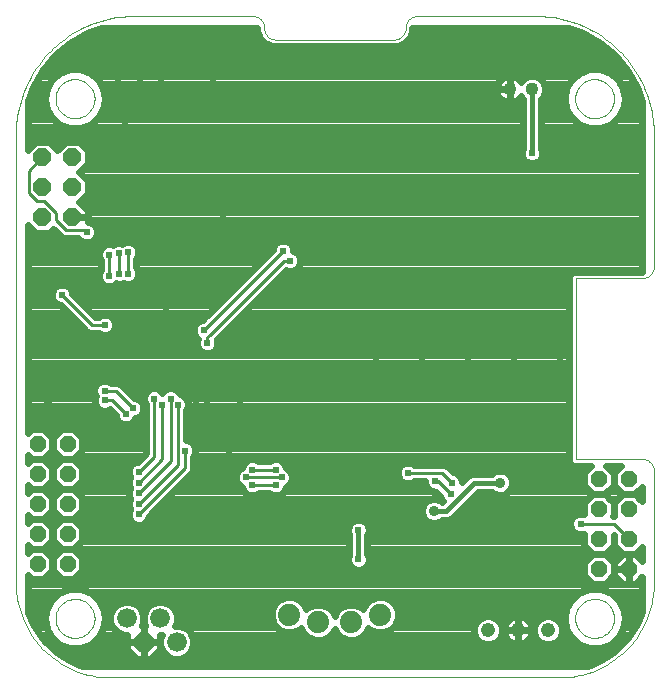
<source format=gbl>
G75*
%MOIN*%
%OFA0B0*%
%FSLAX24Y24*%
%IPPOS*%
%LPD*%
%AMOC8*
5,1,8,0,0,1.08239X$1,22.5*
%
%ADD10C,0.0000*%
%ADD11OC8,0.0600*%
%ADD12C,0.0476*%
%ADD13C,0.0740*%
%ADD14OC8,0.0554*%
%ADD15C,0.0436*%
%ADD16C,0.0660*%
%ADD17OC8,0.0660*%
%ADD18C,0.0240*%
%ADD19C,0.0100*%
%ADD20C,0.0160*%
%ADD21C,0.0240*%
%ADD22C,0.0356*%
D10*
X007744Y006169D02*
X022705Y006169D01*
X023236Y008138D02*
X023238Y008188D01*
X023244Y008238D01*
X023254Y008288D01*
X023267Y008336D01*
X023284Y008384D01*
X023305Y008430D01*
X023329Y008474D01*
X023357Y008516D01*
X023388Y008556D01*
X023422Y008593D01*
X023459Y008628D01*
X023498Y008659D01*
X023539Y008688D01*
X023583Y008713D01*
X023629Y008735D01*
X023676Y008753D01*
X023724Y008767D01*
X023773Y008778D01*
X023823Y008785D01*
X023873Y008788D01*
X023924Y008787D01*
X023974Y008782D01*
X024024Y008773D01*
X024072Y008761D01*
X024120Y008744D01*
X024166Y008724D01*
X024211Y008701D01*
X024254Y008674D01*
X024294Y008644D01*
X024332Y008611D01*
X024367Y008575D01*
X024400Y008536D01*
X024429Y008495D01*
X024455Y008452D01*
X024478Y008407D01*
X024497Y008360D01*
X024512Y008312D01*
X024524Y008263D01*
X024532Y008213D01*
X024536Y008163D01*
X024536Y008113D01*
X024532Y008063D01*
X024524Y008013D01*
X024512Y007964D01*
X024497Y007916D01*
X024478Y007869D01*
X024455Y007824D01*
X024429Y007781D01*
X024400Y007740D01*
X024367Y007701D01*
X024332Y007665D01*
X024294Y007632D01*
X024254Y007602D01*
X024211Y007575D01*
X024166Y007552D01*
X024120Y007532D01*
X024072Y007515D01*
X024024Y007503D01*
X023974Y007494D01*
X023924Y007489D01*
X023873Y007488D01*
X023823Y007491D01*
X023773Y007498D01*
X023724Y007509D01*
X023676Y007523D01*
X023629Y007541D01*
X023583Y007563D01*
X023539Y007588D01*
X023498Y007617D01*
X023459Y007648D01*
X023422Y007683D01*
X023388Y007720D01*
X023357Y007760D01*
X023329Y007802D01*
X023305Y007846D01*
X023284Y007892D01*
X023267Y007940D01*
X023254Y007988D01*
X023244Y008038D01*
X023238Y008088D01*
X023236Y008138D01*
X022705Y006169D02*
X022815Y006171D01*
X022925Y006177D01*
X023034Y006186D01*
X023143Y006200D01*
X023252Y006217D01*
X023360Y006238D01*
X023467Y006263D01*
X023573Y006291D01*
X023678Y006323D01*
X023782Y006359D01*
X023885Y006398D01*
X023986Y006441D01*
X024086Y006488D01*
X024184Y006538D01*
X024280Y006591D01*
X024374Y006648D01*
X024466Y006708D01*
X024557Y006771D01*
X024644Y006837D01*
X024730Y006906D01*
X024813Y006978D01*
X024893Y007053D01*
X024971Y007131D01*
X025046Y007211D01*
X025118Y007294D01*
X025187Y007380D01*
X025253Y007467D01*
X025316Y007558D01*
X025376Y007650D01*
X025433Y007744D01*
X025486Y007840D01*
X025536Y007938D01*
X025583Y008038D01*
X025626Y008139D01*
X025665Y008242D01*
X025701Y008346D01*
X025733Y008451D01*
X025761Y008557D01*
X025786Y008664D01*
X025807Y008772D01*
X025824Y008881D01*
X025838Y008990D01*
X025847Y009099D01*
X025853Y009209D01*
X025855Y009319D01*
X025854Y009319D02*
X025854Y013059D01*
X025855Y013059D02*
X025853Y013098D01*
X025847Y013136D01*
X025838Y013173D01*
X025825Y013210D01*
X025808Y013245D01*
X025789Y013278D01*
X025766Y013309D01*
X025740Y013338D01*
X025711Y013364D01*
X025680Y013387D01*
X025647Y013406D01*
X025612Y013423D01*
X025575Y013436D01*
X025538Y013445D01*
X025500Y013451D01*
X025461Y013453D01*
X023256Y013453D01*
X023256Y019398D01*
X023256Y019476D01*
X025461Y019476D01*
X025500Y019478D01*
X025538Y019484D01*
X025575Y019493D01*
X025612Y019506D01*
X025647Y019523D01*
X025680Y019542D01*
X025711Y019565D01*
X025740Y019591D01*
X025766Y019620D01*
X025789Y019651D01*
X025808Y019684D01*
X025825Y019719D01*
X025838Y019756D01*
X025847Y019793D01*
X025853Y019831D01*
X025855Y019870D01*
X025854Y019870D02*
X025854Y024280D01*
X023236Y025461D02*
X023238Y025511D01*
X023244Y025561D01*
X023254Y025611D01*
X023267Y025659D01*
X023284Y025707D01*
X023305Y025753D01*
X023329Y025797D01*
X023357Y025839D01*
X023388Y025879D01*
X023422Y025916D01*
X023459Y025951D01*
X023498Y025982D01*
X023539Y026011D01*
X023583Y026036D01*
X023629Y026058D01*
X023676Y026076D01*
X023724Y026090D01*
X023773Y026101D01*
X023823Y026108D01*
X023873Y026111D01*
X023924Y026110D01*
X023974Y026105D01*
X024024Y026096D01*
X024072Y026084D01*
X024120Y026067D01*
X024166Y026047D01*
X024211Y026024D01*
X024254Y025997D01*
X024294Y025967D01*
X024332Y025934D01*
X024367Y025898D01*
X024400Y025859D01*
X024429Y025818D01*
X024455Y025775D01*
X024478Y025730D01*
X024497Y025683D01*
X024512Y025635D01*
X024524Y025586D01*
X024532Y025536D01*
X024536Y025486D01*
X024536Y025436D01*
X024532Y025386D01*
X024524Y025336D01*
X024512Y025287D01*
X024497Y025239D01*
X024478Y025192D01*
X024455Y025147D01*
X024429Y025104D01*
X024400Y025063D01*
X024367Y025024D01*
X024332Y024988D01*
X024294Y024955D01*
X024254Y024925D01*
X024211Y024898D01*
X024166Y024875D01*
X024120Y024855D01*
X024072Y024838D01*
X024024Y024826D01*
X023974Y024817D01*
X023924Y024812D01*
X023873Y024811D01*
X023823Y024814D01*
X023773Y024821D01*
X023724Y024832D01*
X023676Y024846D01*
X023629Y024864D01*
X023583Y024886D01*
X023539Y024911D01*
X023498Y024940D01*
X023459Y024971D01*
X023422Y025006D01*
X023388Y025043D01*
X023357Y025083D01*
X023329Y025125D01*
X023305Y025169D01*
X023284Y025215D01*
X023267Y025263D01*
X023254Y025311D01*
X023244Y025361D01*
X023238Y025411D01*
X023236Y025461D01*
X025854Y024280D02*
X025852Y024404D01*
X025846Y024527D01*
X025837Y024651D01*
X025823Y024773D01*
X025806Y024896D01*
X025784Y025018D01*
X025759Y025139D01*
X025730Y025259D01*
X025698Y025378D01*
X025661Y025497D01*
X025621Y025614D01*
X025578Y025729D01*
X025530Y025844D01*
X025479Y025956D01*
X025425Y026067D01*
X025367Y026177D01*
X025306Y026284D01*
X025241Y026390D01*
X025173Y026493D01*
X025102Y026594D01*
X025028Y026693D01*
X024951Y026790D01*
X024870Y026884D01*
X024787Y026975D01*
X024701Y027064D01*
X024612Y027150D01*
X024521Y027233D01*
X024427Y027314D01*
X024330Y027391D01*
X024231Y027465D01*
X024130Y027536D01*
X024027Y027604D01*
X023921Y027669D01*
X023814Y027730D01*
X023704Y027788D01*
X023593Y027842D01*
X023481Y027893D01*
X023366Y027941D01*
X023251Y027984D01*
X023134Y028024D01*
X023015Y028061D01*
X022896Y028093D01*
X022776Y028122D01*
X022655Y028147D01*
X022533Y028169D01*
X022410Y028186D01*
X022288Y028200D01*
X022164Y028209D01*
X022041Y028215D01*
X021917Y028217D01*
X017980Y028217D01*
X017941Y028215D01*
X017903Y028209D01*
X017866Y028200D01*
X017829Y028187D01*
X017794Y028170D01*
X017761Y028151D01*
X017730Y028128D01*
X017701Y028102D01*
X017675Y028073D01*
X017652Y028042D01*
X017633Y028009D01*
X017616Y027974D01*
X017603Y027937D01*
X017594Y027900D01*
X017588Y027862D01*
X017586Y027823D01*
X017587Y027823D02*
X017585Y027784D01*
X017579Y027746D01*
X017570Y027709D01*
X017557Y027672D01*
X017540Y027637D01*
X017521Y027604D01*
X017498Y027573D01*
X017472Y027544D01*
X017443Y027518D01*
X017412Y027495D01*
X017379Y027476D01*
X017344Y027459D01*
X017307Y027446D01*
X017270Y027437D01*
X017232Y027431D01*
X017193Y027429D01*
X013256Y027429D01*
X013217Y027431D01*
X013179Y027437D01*
X013142Y027446D01*
X013105Y027459D01*
X013070Y027476D01*
X013037Y027495D01*
X013006Y027518D01*
X012977Y027544D01*
X012951Y027573D01*
X012928Y027604D01*
X012909Y027637D01*
X012892Y027672D01*
X012879Y027709D01*
X012870Y027746D01*
X012864Y027784D01*
X012862Y027823D01*
X012863Y027823D02*
X012861Y027862D01*
X012855Y027900D01*
X012846Y027937D01*
X012833Y027974D01*
X012816Y028009D01*
X012797Y028042D01*
X012774Y028073D01*
X012748Y028102D01*
X012719Y028128D01*
X012688Y028151D01*
X012655Y028170D01*
X012620Y028187D01*
X012583Y028200D01*
X012546Y028209D01*
X012508Y028215D01*
X012469Y028217D01*
X008531Y028217D01*
X005913Y025461D02*
X005915Y025511D01*
X005921Y025561D01*
X005931Y025611D01*
X005944Y025659D01*
X005961Y025707D01*
X005982Y025753D01*
X006006Y025797D01*
X006034Y025839D01*
X006065Y025879D01*
X006099Y025916D01*
X006136Y025951D01*
X006175Y025982D01*
X006216Y026011D01*
X006260Y026036D01*
X006306Y026058D01*
X006353Y026076D01*
X006401Y026090D01*
X006450Y026101D01*
X006500Y026108D01*
X006550Y026111D01*
X006601Y026110D01*
X006651Y026105D01*
X006701Y026096D01*
X006749Y026084D01*
X006797Y026067D01*
X006843Y026047D01*
X006888Y026024D01*
X006931Y025997D01*
X006971Y025967D01*
X007009Y025934D01*
X007044Y025898D01*
X007077Y025859D01*
X007106Y025818D01*
X007132Y025775D01*
X007155Y025730D01*
X007174Y025683D01*
X007189Y025635D01*
X007201Y025586D01*
X007209Y025536D01*
X007213Y025486D01*
X007213Y025436D01*
X007209Y025386D01*
X007201Y025336D01*
X007189Y025287D01*
X007174Y025239D01*
X007155Y025192D01*
X007132Y025147D01*
X007106Y025104D01*
X007077Y025063D01*
X007044Y025024D01*
X007009Y024988D01*
X006971Y024955D01*
X006931Y024925D01*
X006888Y024898D01*
X006843Y024875D01*
X006797Y024855D01*
X006749Y024838D01*
X006701Y024826D01*
X006651Y024817D01*
X006601Y024812D01*
X006550Y024811D01*
X006500Y024814D01*
X006450Y024821D01*
X006401Y024832D01*
X006353Y024846D01*
X006306Y024864D01*
X006260Y024886D01*
X006216Y024911D01*
X006175Y024940D01*
X006136Y024971D01*
X006099Y025006D01*
X006065Y025043D01*
X006034Y025083D01*
X006006Y025125D01*
X005982Y025169D01*
X005961Y025215D01*
X005944Y025263D01*
X005931Y025311D01*
X005921Y025361D01*
X005915Y025411D01*
X005913Y025461D01*
X004594Y024280D02*
X004594Y009319D01*
X005913Y008138D02*
X005915Y008188D01*
X005921Y008238D01*
X005931Y008288D01*
X005944Y008336D01*
X005961Y008384D01*
X005982Y008430D01*
X006006Y008474D01*
X006034Y008516D01*
X006065Y008556D01*
X006099Y008593D01*
X006136Y008628D01*
X006175Y008659D01*
X006216Y008688D01*
X006260Y008713D01*
X006306Y008735D01*
X006353Y008753D01*
X006401Y008767D01*
X006450Y008778D01*
X006500Y008785D01*
X006550Y008788D01*
X006601Y008787D01*
X006651Y008782D01*
X006701Y008773D01*
X006749Y008761D01*
X006797Y008744D01*
X006843Y008724D01*
X006888Y008701D01*
X006931Y008674D01*
X006971Y008644D01*
X007009Y008611D01*
X007044Y008575D01*
X007077Y008536D01*
X007106Y008495D01*
X007132Y008452D01*
X007155Y008407D01*
X007174Y008360D01*
X007189Y008312D01*
X007201Y008263D01*
X007209Y008213D01*
X007213Y008163D01*
X007213Y008113D01*
X007209Y008063D01*
X007201Y008013D01*
X007189Y007964D01*
X007174Y007916D01*
X007155Y007869D01*
X007132Y007824D01*
X007106Y007781D01*
X007077Y007740D01*
X007044Y007701D01*
X007009Y007665D01*
X006971Y007632D01*
X006931Y007602D01*
X006888Y007575D01*
X006843Y007552D01*
X006797Y007532D01*
X006749Y007515D01*
X006701Y007503D01*
X006651Y007494D01*
X006601Y007489D01*
X006550Y007488D01*
X006500Y007491D01*
X006450Y007498D01*
X006401Y007509D01*
X006353Y007523D01*
X006306Y007541D01*
X006260Y007563D01*
X006216Y007588D01*
X006175Y007617D01*
X006136Y007648D01*
X006099Y007683D01*
X006065Y007720D01*
X006034Y007760D01*
X006006Y007802D01*
X005982Y007846D01*
X005961Y007892D01*
X005944Y007940D01*
X005931Y007988D01*
X005921Y008038D01*
X005915Y008088D01*
X005913Y008138D01*
X004594Y009319D02*
X004596Y009209D01*
X004602Y009099D01*
X004611Y008990D01*
X004625Y008881D01*
X004642Y008772D01*
X004663Y008664D01*
X004688Y008557D01*
X004716Y008451D01*
X004748Y008346D01*
X004784Y008242D01*
X004823Y008139D01*
X004866Y008038D01*
X004913Y007938D01*
X004963Y007840D01*
X005016Y007744D01*
X005073Y007650D01*
X005133Y007558D01*
X005196Y007467D01*
X005262Y007380D01*
X005331Y007294D01*
X005403Y007211D01*
X005478Y007131D01*
X005556Y007053D01*
X005636Y006978D01*
X005719Y006906D01*
X005805Y006837D01*
X005892Y006771D01*
X005983Y006708D01*
X006075Y006648D01*
X006169Y006591D01*
X006265Y006538D01*
X006363Y006488D01*
X006463Y006441D01*
X006564Y006398D01*
X006667Y006359D01*
X006771Y006323D01*
X006876Y006291D01*
X006982Y006263D01*
X007089Y006238D01*
X007197Y006217D01*
X007306Y006200D01*
X007415Y006186D01*
X007524Y006177D01*
X007634Y006171D01*
X007744Y006169D01*
X004594Y024280D02*
X004596Y024404D01*
X004602Y024527D01*
X004611Y024651D01*
X004625Y024773D01*
X004642Y024896D01*
X004664Y025018D01*
X004689Y025139D01*
X004718Y025259D01*
X004750Y025378D01*
X004787Y025497D01*
X004827Y025614D01*
X004870Y025729D01*
X004918Y025844D01*
X004969Y025956D01*
X005023Y026067D01*
X005081Y026177D01*
X005142Y026284D01*
X005207Y026390D01*
X005275Y026493D01*
X005346Y026594D01*
X005420Y026693D01*
X005497Y026790D01*
X005578Y026884D01*
X005661Y026975D01*
X005747Y027064D01*
X005836Y027150D01*
X005927Y027233D01*
X006021Y027314D01*
X006118Y027391D01*
X006217Y027465D01*
X006318Y027536D01*
X006421Y027604D01*
X006527Y027669D01*
X006634Y027730D01*
X006744Y027788D01*
X006855Y027842D01*
X006967Y027893D01*
X007082Y027941D01*
X007197Y027984D01*
X007314Y028024D01*
X007433Y028061D01*
X007552Y028093D01*
X007672Y028122D01*
X007793Y028147D01*
X007915Y028169D01*
X008038Y028186D01*
X008160Y028200D01*
X008284Y028209D01*
X008407Y028215D01*
X008531Y028217D01*
D11*
X006472Y023508D03*
X006472Y022508D03*
X005472Y022508D03*
X005472Y023508D03*
X005472Y021508D03*
X006472Y021508D03*
D12*
X020327Y007744D03*
X021327Y007744D03*
X022327Y007744D03*
D13*
X016741Y008267D03*
X015775Y008008D03*
X014674Y008008D03*
X013708Y008267D03*
D14*
X006315Y009957D03*
X005315Y009957D03*
X005315Y010957D03*
X005315Y011957D03*
X005315Y012957D03*
X005315Y013957D03*
X006315Y013957D03*
X006315Y012957D03*
X006315Y011957D03*
X006315Y010957D03*
X024016Y010787D03*
X024016Y009787D03*
X025016Y009787D03*
X025016Y010787D03*
X025016Y011787D03*
X024016Y011787D03*
X024016Y012787D03*
X025016Y012787D03*
D15*
X021799Y025776D03*
X021051Y025776D03*
D16*
X009398Y008138D03*
X009949Y007350D03*
X008295Y008138D03*
D17*
X008846Y007350D03*
D18*
X008689Y011602D03*
X008689Y011957D03*
X008689Y012311D03*
X008689Y012665D03*
X008689Y013020D03*
X007232Y014161D03*
X006917Y014713D03*
X007557Y015406D03*
X007552Y015721D03*
X007587Y016091D03*
X008413Y016524D03*
X009280Y016248D03*
X009280Y017075D03*
X010185Y017350D03*
X010579Y018059D03*
X010854Y017744D03*
X010972Y017311D03*
X012232Y016524D03*
X012075Y015421D03*
X012232Y014909D03*
X011681Y013689D03*
X012469Y013098D03*
X012267Y012838D03*
X012469Y012587D03*
X013256Y012587D03*
X013453Y012838D03*
X013256Y013098D03*
X013728Y011406D03*
X015343Y013217D03*
X015067Y014280D03*
X015067Y015500D03*
X015028Y017035D03*
X015067Y017941D03*
X015067Y019161D03*
X015067Y020382D03*
X013728Y020067D03*
X013492Y020382D03*
X014240Y022311D03*
X011661Y022296D03*
X011484Y021563D03*
X011489Y020815D03*
X010977Y019673D03*
X012311Y018374D03*
X010972Y015382D03*
X010579Y015343D03*
X009988Y015264D03*
X009752Y015461D03*
X009476Y015264D03*
X009201Y015461D03*
X008610Y015579D03*
X008492Y015146D03*
X008256Y014949D03*
X007587Y014988D03*
X007587Y017272D03*
X007557Y017926D03*
X008413Y017626D03*
X009594Y018413D03*
X008335Y019634D03*
X008020Y019634D03*
X007705Y019555D03*
X007705Y020264D03*
X008020Y020303D03*
X008335Y020343D03*
X008492Y020736D03*
X007980Y021406D03*
X007980Y022429D03*
X008965Y022075D03*
X009437Y022547D03*
X010697Y022626D03*
X010697Y023305D03*
X011839Y024890D03*
X011839Y025736D03*
X011917Y026209D03*
X011770Y026627D03*
X011164Y026105D03*
X009949Y027070D03*
X009437Y026051D03*
X008728Y026091D03*
X008413Y025579D03*
X007980Y025106D03*
X008217Y024634D03*
X008020Y023571D03*
X007980Y026051D03*
X008098Y026642D03*
X007862Y027626D03*
X008920Y027626D03*
X010987Y027646D03*
X012045Y027601D03*
X012547Y027626D03*
X012547Y026957D03*
X013728Y026996D03*
X014437Y027114D03*
X016524Y024358D03*
X017587Y026602D03*
X018886Y027547D03*
X021996Y027547D03*
X021799Y023650D03*
X021839Y020618D03*
X022744Y020382D03*
X022744Y019161D03*
X022744Y017941D03*
X022744Y016720D03*
X022744Y015500D03*
X022744Y014280D03*
X022272Y013374D03*
X022508Y012665D03*
X023413Y011287D03*
X021209Y014280D03*
X021209Y015500D03*
X021209Y016720D03*
X021209Y017941D03*
X021209Y019161D03*
X019673Y019161D03*
X019673Y017941D03*
X019673Y016720D03*
X019673Y015500D03*
X019673Y014280D03*
X018138Y014280D03*
X018138Y015500D03*
X018138Y016720D03*
X018138Y017941D03*
X018138Y019161D03*
X018138Y020382D03*
X019673Y020382D03*
X018138Y021957D03*
X016602Y020382D03*
X016602Y019161D03*
X016602Y017941D03*
X016602Y016720D03*
X016602Y015500D03*
X016602Y014280D03*
X017665Y012980D03*
X018571Y012705D03*
X019122Y012665D03*
X019083Y012272D03*
X016012Y011091D03*
X016012Y010106D03*
X010224Y013728D03*
X006130Y018925D03*
X005146Y017823D03*
X006760Y020343D03*
X006957Y021012D03*
D19*
X006878Y021091D01*
X006248Y021091D01*
X005933Y021406D01*
X005933Y021642D01*
X005539Y022035D01*
X005303Y022035D01*
X005028Y022311D01*
X005028Y023063D01*
X005472Y023508D01*
X008020Y020303D02*
X008020Y019634D01*
X008335Y019634D02*
X008335Y020343D01*
X007705Y020264D02*
X007705Y019555D01*
X007557Y017926D02*
X007129Y017926D01*
X006130Y018925D01*
X007552Y015721D02*
X007641Y015721D01*
X007719Y015721D01*
X007798Y015721D01*
X007916Y015721D01*
X008492Y015146D01*
X008256Y014949D02*
X007798Y015406D01*
X007557Y015406D01*
X009201Y015461D02*
X009201Y013610D01*
X009201Y013531D01*
X008689Y013020D01*
X008689Y012665D02*
X009476Y013453D01*
X009476Y013571D01*
X009476Y015264D01*
X009752Y015461D02*
X009752Y013374D01*
X008689Y012311D01*
X008689Y011957D02*
X009988Y013256D01*
X009988Y013374D01*
X009988Y015264D01*
X010224Y013728D02*
X010224Y013335D01*
X010224Y013138D01*
X008689Y011602D01*
X012267Y012838D02*
X013453Y012838D01*
X013256Y012587D02*
X012469Y012587D01*
X012469Y013098D02*
X013256Y013098D01*
X010972Y017311D02*
X010972Y017508D01*
X011051Y017587D01*
X013531Y020067D01*
X013728Y020067D01*
X013492Y020382D02*
X010854Y017744D01*
X017665Y012980D02*
X018807Y012980D01*
X019122Y012665D01*
X019083Y012272D02*
X018650Y012705D01*
X018571Y012705D01*
X023413Y011287D02*
X024516Y011287D01*
X025016Y010787D01*
D20*
X020736Y012665D02*
X019870Y012665D01*
X018925Y011720D01*
X018531Y011720D01*
X016012Y011091D02*
X016012Y010106D01*
X021799Y023650D02*
X021799Y025776D01*
D21*
X006363Y006735D02*
X005886Y007054D01*
X005479Y007460D01*
X005160Y007938D01*
X004988Y008354D01*
X004988Y009580D01*
X005109Y009460D01*
X005521Y009460D01*
X005812Y009751D01*
X005812Y010163D01*
X005521Y010454D01*
X005109Y010454D01*
X004988Y010333D01*
X004988Y010580D01*
X005109Y010460D01*
X005521Y010460D01*
X005812Y010751D01*
X005812Y011163D01*
X005521Y011454D01*
X005109Y011454D01*
X004988Y011333D01*
X004988Y011580D01*
X005109Y011460D01*
X005521Y011460D01*
X005812Y011751D01*
X005812Y012163D01*
X005521Y012454D01*
X005109Y012454D01*
X004988Y012333D01*
X004988Y012580D01*
X005109Y012460D01*
X005521Y012460D01*
X005812Y012751D01*
X005812Y013163D01*
X005521Y013454D01*
X005109Y013454D01*
X004988Y013333D01*
X004988Y013580D01*
X005109Y013460D01*
X005521Y013460D01*
X005812Y013751D01*
X005812Y014163D01*
X005521Y014454D01*
X005109Y014454D01*
X004988Y014333D01*
X004988Y021257D01*
X005257Y020988D01*
X005688Y020988D01*
X005828Y021128D01*
X006019Y020938D01*
X006019Y020938D01*
X006095Y020862D01*
X006194Y020821D01*
X006668Y020821D01*
X006668Y020819D01*
X006764Y020724D01*
X006889Y020672D01*
X007024Y020672D01*
X007149Y020724D01*
X007245Y020819D01*
X007297Y020944D01*
X007297Y021079D01*
X007245Y021204D01*
X007149Y021300D01*
X007024Y021352D01*
X006992Y021352D01*
X006992Y021508D01*
X006992Y021723D01*
X006708Y022008D01*
X006992Y022292D01*
X006992Y022723D01*
X006708Y023008D01*
X006992Y023292D01*
X006992Y023723D01*
X006688Y024028D01*
X006257Y024028D01*
X005972Y023743D01*
X005688Y024028D01*
X005257Y024028D01*
X004988Y023759D01*
X004988Y025371D01*
X005163Y025850D01*
X005487Y026412D01*
X005903Y026908D01*
X006400Y027324D01*
X006961Y027648D01*
X007440Y027823D01*
X012642Y027823D01*
X012642Y027701D01*
X012736Y027475D01*
X012908Y027303D01*
X013134Y027209D01*
X017315Y027209D01*
X017541Y027303D01*
X017713Y027475D01*
X017713Y027475D01*
X017807Y027701D01*
X017807Y027823D01*
X023009Y027823D01*
X023488Y027648D01*
X024049Y027324D01*
X024546Y026908D01*
X024962Y026412D01*
X025286Y025850D01*
X025461Y025371D01*
X025461Y019696D01*
X023165Y019696D01*
X023036Y019568D01*
X023036Y013362D01*
X023165Y013233D01*
X023758Y013233D01*
X023519Y012993D01*
X023519Y012581D01*
X023810Y012290D01*
X024222Y012290D01*
X024513Y012581D01*
X024513Y012993D01*
X024273Y013233D01*
X024758Y013233D01*
X024519Y012993D01*
X024519Y012581D01*
X024810Y012290D01*
X025222Y012290D01*
X025461Y012529D01*
X025461Y012046D01*
X025222Y012285D01*
X024810Y012285D01*
X024519Y011993D01*
X024519Y011581D01*
X024543Y011557D01*
X024489Y011557D01*
X024513Y011581D01*
X024513Y011993D01*
X024222Y012285D01*
X023810Y012285D01*
X023519Y011993D01*
X023519Y011612D01*
X023481Y011627D01*
X023346Y011627D01*
X023221Y011576D01*
X023125Y011480D01*
X023073Y011355D01*
X023073Y011220D01*
X023125Y011095D01*
X023221Y010999D01*
X023346Y010947D01*
X023481Y010947D01*
X023519Y010963D01*
X023519Y010581D01*
X023810Y010290D01*
X024222Y010290D01*
X024513Y010581D01*
X024513Y010908D01*
X024519Y010903D01*
X024519Y010581D01*
X024810Y010290D01*
X025222Y010290D01*
X025461Y010529D01*
X025461Y010046D01*
X025222Y010285D01*
X025016Y010285D01*
X025016Y009787D01*
X025016Y009290D01*
X025222Y009290D01*
X025461Y009529D01*
X025461Y008354D01*
X025288Y007938D01*
X024969Y007460D01*
X024563Y007054D01*
X024086Y006735D01*
X023670Y006563D01*
X006779Y006563D01*
X006363Y006735D01*
X006578Y006646D02*
X023871Y006646D01*
X024310Y006885D02*
X010261Y006885D01*
X010260Y006884D02*
X010415Y007039D01*
X010499Y007241D01*
X010499Y007460D01*
X010415Y007662D01*
X010260Y007817D01*
X010058Y007900D01*
X009895Y007900D01*
X009948Y008028D01*
X009948Y008247D01*
X009864Y008449D01*
X009709Y008604D01*
X009507Y008688D01*
X009288Y008688D01*
X009086Y008604D01*
X008931Y008449D01*
X008848Y008247D01*
X008848Y008028D01*
X008901Y007900D01*
X008846Y007900D01*
X008792Y007900D01*
X008845Y008028D01*
X008845Y008247D01*
X008762Y008449D01*
X008607Y008604D01*
X008405Y008688D01*
X008186Y008688D01*
X007984Y008604D01*
X007829Y008449D01*
X007745Y008247D01*
X007745Y008028D01*
X007829Y007826D01*
X007984Y007672D01*
X008186Y007588D01*
X008306Y007588D01*
X008296Y007578D01*
X008296Y007350D01*
X008296Y007123D01*
X005817Y007123D01*
X005948Y007362D02*
X005578Y007362D01*
X005793Y007492D02*
X006060Y007267D01*
X006388Y007148D01*
X006511Y007148D01*
X006738Y007148D01*
X007066Y007267D01*
X007333Y007492D01*
X007508Y007794D01*
X007568Y008138D01*
X007508Y008482D01*
X007333Y008784D01*
X007066Y009008D01*
X007066Y009008D01*
X006738Y009128D01*
X006388Y009128D01*
X006060Y009008D01*
X005793Y008784D01*
X005793Y008784D01*
X005618Y008482D01*
X005558Y008138D01*
X005618Y007794D01*
X005793Y007492D01*
X005793Y007492D01*
X005730Y007600D02*
X005386Y007600D01*
X005227Y007839D02*
X005610Y007839D01*
X005618Y007794D02*
X005618Y007794D01*
X005568Y008077D02*
X005103Y008077D01*
X005004Y008316D02*
X005589Y008316D01*
X005618Y008482D02*
X005618Y008482D01*
X005660Y008554D02*
X004988Y008554D01*
X004988Y008793D02*
X005803Y008793D01*
X005793Y008784D02*
X005793Y008784D01*
X006060Y009008D02*
X006060Y009008D01*
X006123Y009031D02*
X004988Y009031D01*
X004988Y009270D02*
X025461Y009270D01*
X025440Y009508D02*
X025461Y009508D01*
X025016Y009508D02*
X025016Y009508D01*
X025016Y009290D02*
X025016Y009787D01*
X025016Y009787D01*
X024519Y009787D01*
X024519Y009581D01*
X024810Y009290D01*
X025016Y009290D01*
X024592Y009508D02*
X024440Y009508D01*
X024513Y009581D02*
X024222Y009290D01*
X023810Y009290D01*
X023519Y009581D01*
X023519Y009993D01*
X023810Y010285D01*
X024222Y010285D01*
X024513Y009993D01*
X024513Y009581D01*
X024513Y009747D02*
X024519Y009747D01*
X024519Y009787D02*
X025016Y009787D01*
X025016Y009787D01*
X025016Y009787D01*
X025016Y010285D01*
X024810Y010285D01*
X024519Y009993D01*
X024519Y009787D01*
X024513Y009985D02*
X024519Y009985D01*
X024749Y010224D02*
X024282Y010224D01*
X024394Y010462D02*
X024638Y010462D01*
X024519Y010701D02*
X024513Y010701D01*
X025016Y010224D02*
X025016Y010224D01*
X025016Y009985D02*
X025016Y009985D01*
X025016Y009747D02*
X025016Y009747D01*
X025282Y010224D02*
X025461Y010224D01*
X025461Y010462D02*
X025394Y010462D01*
X024519Y011655D02*
X024513Y011655D01*
X024513Y011893D02*
X024519Y011893D01*
X024657Y012132D02*
X024374Y012132D01*
X024302Y012370D02*
X024730Y012370D01*
X024519Y012609D02*
X024513Y012609D01*
X024513Y012847D02*
X024519Y012847D01*
X024611Y013086D02*
X024420Y013086D01*
X023611Y013086D02*
X019083Y013086D01*
X019164Y013005D02*
X018960Y013209D01*
X018861Y013250D01*
X017876Y013250D01*
X017858Y013269D01*
X017733Y013320D01*
X017598Y013320D01*
X017473Y013269D01*
X017377Y013173D01*
X017325Y013048D01*
X017325Y012913D01*
X017377Y012788D01*
X017473Y012692D01*
X017598Y012640D01*
X017733Y012640D01*
X017858Y012692D01*
X017876Y012710D01*
X018231Y012710D01*
X018231Y012637D01*
X018283Y012512D01*
X018378Y012416D01*
X018503Y012365D01*
X018608Y012365D01*
X018743Y012230D01*
X018743Y012204D01*
X018794Y012079D01*
X018827Y012047D01*
X018801Y012020D01*
X018795Y012020D01*
X018757Y012058D01*
X018611Y012119D01*
X018452Y012119D01*
X018306Y012058D01*
X018194Y011946D01*
X018133Y011800D01*
X018133Y011641D01*
X018194Y011495D01*
X018306Y011383D01*
X018452Y011322D01*
X018611Y011322D01*
X018757Y011383D01*
X018795Y011420D01*
X018985Y011420D01*
X019095Y011466D01*
X019994Y012365D01*
X020473Y012365D01*
X020511Y012328D01*
X020657Y012267D01*
X020815Y012267D01*
X020962Y012328D01*
X021074Y012440D01*
X021134Y012586D01*
X021134Y012745D01*
X021074Y012891D01*
X020962Y013003D01*
X020815Y013063D01*
X020657Y013063D01*
X020511Y013003D01*
X020473Y012965D01*
X019810Y012965D01*
X019700Y012920D01*
X019616Y012835D01*
X019462Y012682D01*
X019462Y012733D01*
X019410Y012858D01*
X019315Y012954D01*
X019190Y013005D01*
X019164Y013005D01*
X019415Y012847D02*
X019628Y012847D01*
X019761Y012132D02*
X023657Y012132D01*
X023730Y012370D02*
X021004Y012370D01*
X021134Y012609D02*
X023519Y012609D01*
X023519Y012847D02*
X021092Y012847D01*
X019522Y011893D02*
X023519Y011893D01*
X023519Y011655D02*
X019284Y011655D01*
X018790Y011416D02*
X023099Y011416D01*
X023091Y011178D02*
X016344Y011178D01*
X016352Y011158D02*
X016300Y011283D01*
X016204Y011379D01*
X016079Y011431D01*
X015944Y011431D01*
X015819Y011379D01*
X015724Y011283D01*
X015672Y011158D01*
X015672Y011023D01*
X015712Y010926D01*
X015712Y010270D01*
X015672Y010174D01*
X015672Y010039D01*
X015724Y009914D01*
X015819Y009818D01*
X015944Y009766D01*
X016079Y009766D01*
X016204Y009818D01*
X016300Y009914D01*
X016352Y010039D01*
X016352Y010174D01*
X016312Y010270D01*
X016312Y010926D01*
X016352Y011023D01*
X016352Y011158D01*
X016317Y010939D02*
X023519Y010939D01*
X023519Y010701D02*
X016312Y010701D01*
X016312Y010462D02*
X023638Y010462D01*
X023749Y010224D02*
X016331Y010224D01*
X016330Y009985D02*
X023519Y009985D01*
X023519Y009747D02*
X006808Y009747D01*
X006812Y009751D02*
X006521Y009460D01*
X006109Y009460D01*
X005818Y009751D01*
X005818Y010163D01*
X006109Y010454D01*
X006521Y010454D01*
X006812Y010163D01*
X006812Y009751D01*
X006812Y009985D02*
X015694Y009985D01*
X015692Y010224D02*
X006751Y010224D01*
X006521Y010460D02*
X006812Y010751D01*
X006812Y011163D01*
X006521Y011454D01*
X006109Y011454D01*
X005818Y011163D01*
X005818Y010751D01*
X006109Y010460D01*
X006521Y010460D01*
X006524Y010462D02*
X015712Y010462D01*
X015712Y010701D02*
X006762Y010701D01*
X006812Y010939D02*
X015706Y010939D01*
X015680Y011178D02*
X006797Y011178D01*
X006558Y011416D02*
X008398Y011416D01*
X008401Y011410D02*
X008496Y011314D01*
X008621Y011262D01*
X008757Y011262D01*
X008882Y011314D01*
X008977Y011410D01*
X009029Y011535D01*
X009029Y011561D01*
X010377Y012909D01*
X010453Y012985D01*
X010494Y013084D01*
X010494Y013518D01*
X010513Y013536D01*
X010564Y013661D01*
X010564Y013796D01*
X010513Y013921D01*
X010417Y014017D01*
X010292Y014068D01*
X010258Y014068D01*
X010258Y015053D01*
X010276Y015071D01*
X010328Y015196D01*
X010328Y015331D01*
X010276Y015456D01*
X010181Y015552D01*
X010062Y015601D01*
X010040Y015653D01*
X009945Y015749D01*
X009820Y015801D01*
X009684Y015801D01*
X009559Y015749D01*
X009476Y015666D01*
X009393Y015749D01*
X009268Y015801D01*
X009133Y015801D01*
X009008Y015749D01*
X008913Y015653D01*
X008861Y015528D01*
X008861Y015393D01*
X008913Y015268D01*
X008931Y015250D01*
X008931Y013643D01*
X008647Y013360D01*
X008621Y013360D01*
X008496Y013308D01*
X008401Y013212D01*
X008349Y013087D01*
X008349Y012952D01*
X008394Y012843D01*
X008349Y012733D01*
X008349Y012598D01*
X008394Y012488D01*
X008349Y012379D01*
X008349Y012243D01*
X008394Y012134D01*
X008349Y012024D01*
X008349Y011889D01*
X008394Y011780D01*
X008349Y011670D01*
X008349Y011535D01*
X008401Y011410D01*
X008349Y011655D02*
X006716Y011655D01*
X006812Y011751D02*
X006521Y011460D01*
X006109Y011460D01*
X005818Y011751D01*
X005818Y012163D01*
X006109Y012454D01*
X006521Y012454D01*
X006812Y012163D01*
X006812Y011751D01*
X006812Y011893D02*
X008349Y011893D01*
X008393Y012132D02*
X006812Y012132D01*
X006604Y012370D02*
X008349Y012370D01*
X008349Y012609D02*
X006670Y012609D01*
X006812Y012751D02*
X006521Y012460D01*
X006109Y012460D01*
X005818Y012751D01*
X005818Y013163D01*
X006109Y013454D01*
X006521Y013454D01*
X006812Y013163D01*
X006812Y012751D01*
X006812Y012847D02*
X008392Y012847D01*
X008349Y013086D02*
X006812Y013086D01*
X006650Y013324D02*
X008536Y013324D01*
X008850Y013563D02*
X006624Y013563D01*
X006521Y013460D02*
X006812Y013751D01*
X006812Y014163D01*
X006521Y014454D01*
X006109Y014454D01*
X005818Y014163D01*
X005818Y013751D01*
X006109Y013460D01*
X006521Y013460D01*
X006812Y013801D02*
X008931Y013801D01*
X008931Y014040D02*
X006812Y014040D01*
X006696Y014278D02*
X008931Y014278D01*
X008931Y014517D02*
X004988Y014517D01*
X004988Y014755D02*
X007969Y014755D01*
X007968Y014756D02*
X008063Y014661D01*
X008188Y014609D01*
X008324Y014609D01*
X008448Y014661D01*
X008544Y014756D01*
X008566Y014808D01*
X008685Y014857D01*
X008780Y014953D01*
X008832Y015078D01*
X008832Y015213D01*
X008780Y015338D01*
X008685Y015434D01*
X008560Y015486D01*
X008534Y015486D01*
X008069Y015950D01*
X007970Y015991D01*
X007763Y015991D01*
X007745Y016010D01*
X007620Y016061D01*
X007485Y016061D01*
X007360Y016010D01*
X007264Y015914D01*
X007212Y015789D01*
X007212Y015654D01*
X007252Y015558D01*
X007217Y015474D01*
X007217Y015339D01*
X007269Y015214D01*
X007364Y015118D01*
X007489Y015066D01*
X007625Y015066D01*
X007718Y015105D01*
X007916Y014907D01*
X007916Y014881D01*
X007968Y014756D01*
X007829Y014994D02*
X004988Y014994D01*
X004988Y015232D02*
X007261Y015232D01*
X007217Y015471D02*
X004988Y015471D01*
X004988Y015709D02*
X007212Y015709D01*
X007298Y015948D02*
X004988Y015948D01*
X004988Y016186D02*
X023036Y016186D01*
X023036Y015948D02*
X008072Y015948D01*
X008310Y015709D02*
X008969Y015709D01*
X008861Y015471D02*
X008596Y015471D01*
X008824Y015232D02*
X008931Y015232D01*
X008931Y014994D02*
X008797Y014994D01*
X008931Y014755D02*
X008543Y014755D01*
X009433Y015709D02*
X009520Y015709D01*
X009984Y015709D02*
X023036Y015709D01*
X023036Y015471D02*
X010262Y015471D01*
X010328Y015232D02*
X023036Y015232D01*
X023036Y014994D02*
X010258Y014994D01*
X010258Y014755D02*
X023036Y014755D01*
X023036Y014517D02*
X010258Y014517D01*
X010258Y014278D02*
X023036Y014278D01*
X023036Y014040D02*
X010361Y014040D01*
X010562Y013801D02*
X023036Y013801D01*
X023036Y013563D02*
X010524Y013563D01*
X010494Y013324D02*
X012214Y013324D01*
X012180Y013291D02*
X012129Y013166D01*
X012129Y013148D01*
X012074Y013126D01*
X011978Y013030D01*
X011927Y012905D01*
X011927Y012770D01*
X011978Y012645D01*
X012074Y012549D01*
X012129Y012527D01*
X012129Y012519D01*
X012180Y012394D01*
X012276Y012298D01*
X012401Y012247D01*
X012536Y012247D01*
X012661Y012298D01*
X012679Y012317D01*
X013045Y012317D01*
X013063Y012298D01*
X013188Y012247D01*
X013324Y012247D01*
X013448Y012298D01*
X013544Y012394D01*
X013596Y012519D01*
X013596Y012529D01*
X013645Y012549D01*
X013741Y012645D01*
X013793Y012770D01*
X013793Y012905D01*
X013741Y013030D01*
X013645Y013126D01*
X013596Y013146D01*
X013596Y013166D01*
X013544Y013291D01*
X013448Y013387D01*
X013324Y013438D01*
X013188Y013438D01*
X013063Y013387D01*
X013045Y013368D01*
X012679Y013368D01*
X012661Y013387D01*
X012536Y013438D01*
X012401Y013438D01*
X012276Y013387D01*
X012180Y013291D01*
X012034Y013086D02*
X010494Y013086D01*
X010316Y012847D02*
X011927Y012847D01*
X012015Y012609D02*
X010077Y012609D01*
X009839Y012370D02*
X012204Y012370D01*
X013520Y012370D02*
X018490Y012370D01*
X018243Y012609D02*
X013705Y012609D01*
X013793Y012847D02*
X017352Y012847D01*
X017341Y013086D02*
X013685Y013086D01*
X013511Y013324D02*
X023073Y013324D01*
X025302Y012370D02*
X025461Y012370D01*
X025461Y012132D02*
X025374Y012132D01*
X023592Y009508D02*
X006570Y009508D01*
X006060Y009508D02*
X005570Y009508D01*
X005808Y009747D02*
X005822Y009747D01*
X005812Y009985D02*
X005818Y009985D01*
X005879Y010224D02*
X005751Y010224D01*
X005524Y010462D02*
X006106Y010462D01*
X005868Y010701D02*
X005762Y010701D01*
X005812Y010939D02*
X005818Y010939D01*
X005797Y011178D02*
X005833Y011178D01*
X006071Y011416D02*
X005558Y011416D01*
X005716Y011655D02*
X005914Y011655D01*
X005818Y011893D02*
X005812Y011893D01*
X005812Y012132D02*
X005818Y012132D01*
X006025Y012370D02*
X005604Y012370D01*
X005670Y012609D02*
X005960Y012609D01*
X005818Y012847D02*
X005812Y012847D01*
X005812Y013086D02*
X005818Y013086D01*
X005979Y013324D02*
X005650Y013324D01*
X005624Y013563D02*
X006006Y013563D01*
X005818Y013801D02*
X005812Y013801D01*
X005812Y014040D02*
X005818Y014040D01*
X005933Y014278D02*
X005696Y014278D01*
X005006Y013563D02*
X004988Y013563D01*
X004988Y012370D02*
X005025Y012370D01*
X004988Y011416D02*
X005071Y011416D01*
X005106Y010462D02*
X004988Y010462D01*
X004988Y009508D02*
X005060Y009508D01*
X005558Y008138D02*
X005558Y008138D01*
X006139Y006885D02*
X008534Y006885D01*
X008619Y006800D02*
X008296Y007123D01*
X008296Y007350D02*
X008846Y007350D01*
X008846Y007350D01*
X008846Y007350D01*
X008846Y006800D01*
X008619Y006800D01*
X008846Y006800D02*
X009074Y006800D01*
X009396Y007123D01*
X009448Y007123D01*
X009396Y007123D02*
X009396Y007350D01*
X008846Y007350D01*
X008296Y007350D01*
X008296Y007362D02*
X007178Y007362D01*
X007066Y007267D02*
X007066Y007267D01*
X007333Y007492D02*
X007333Y007492D01*
X007333Y007492D01*
X007396Y007600D02*
X008156Y007600D01*
X007824Y007839D02*
X007516Y007839D01*
X007508Y007794D02*
X007508Y007794D01*
X007558Y008077D02*
X007745Y008077D01*
X007568Y008138D02*
X007568Y008138D01*
X007537Y008316D02*
X007774Y008316D01*
X007934Y008554D02*
X007466Y008554D01*
X007508Y008482D02*
X007508Y008482D01*
X007333Y008784D02*
X007333Y008784D01*
X007323Y008793D02*
X013435Y008793D01*
X013374Y008767D02*
X013591Y008857D01*
X013825Y008857D01*
X014042Y008767D01*
X014208Y008601D01*
X014274Y008443D01*
X014340Y008509D01*
X014557Y008598D01*
X014791Y008598D01*
X015008Y008509D01*
X015174Y008343D01*
X015224Y008221D01*
X015275Y008343D01*
X015441Y008509D01*
X015658Y008598D01*
X015892Y008598D01*
X016109Y008509D01*
X016175Y008443D01*
X016241Y008601D01*
X016407Y008767D01*
X016623Y008857D01*
X016858Y008857D01*
X017075Y008767D01*
X017241Y008601D01*
X017331Y008385D01*
X017331Y008150D01*
X017241Y007933D01*
X017075Y007767D01*
X016858Y007677D01*
X016623Y007677D01*
X016407Y007767D01*
X016341Y007833D01*
X016275Y007674D01*
X016109Y007508D01*
X015892Y007418D01*
X015658Y007418D01*
X015441Y007508D01*
X015275Y007674D01*
X015224Y007796D01*
X015174Y007674D01*
X015008Y007508D01*
X014791Y007418D01*
X014557Y007418D01*
X014340Y007508D01*
X014174Y007674D01*
X014108Y007833D01*
X014042Y007767D01*
X013825Y007677D01*
X013591Y007677D01*
X013374Y007767D01*
X013208Y007933D01*
X013118Y008150D01*
X013118Y008385D01*
X013208Y008601D01*
X013374Y008767D01*
X013188Y008554D02*
X009759Y008554D01*
X009919Y008316D02*
X013118Y008316D01*
X013148Y008077D02*
X009948Y008077D01*
X010207Y007839D02*
X013302Y007839D01*
X014248Y007600D02*
X010441Y007600D01*
X010499Y007362D02*
X020062Y007362D01*
X020067Y007356D02*
X020236Y007286D01*
X020418Y007286D01*
X020586Y007356D01*
X020715Y007485D01*
X020785Y007653D01*
X020785Y007835D01*
X020715Y008003D01*
X020586Y008132D01*
X020418Y008202D01*
X020236Y008202D01*
X020067Y008132D01*
X019939Y008003D01*
X019869Y007835D01*
X019869Y007653D01*
X019939Y007485D01*
X020067Y007356D01*
X019891Y007600D02*
X016201Y007600D01*
X015349Y007600D02*
X015100Y007600D01*
X015185Y008316D02*
X015264Y008316D01*
X015551Y008554D02*
X014898Y008554D01*
X014450Y008554D02*
X014228Y008554D01*
X013981Y008793D02*
X016468Y008793D01*
X016221Y008554D02*
X015999Y008554D01*
X017014Y008793D02*
X023126Y008793D01*
X023116Y008784D02*
X023116Y008784D01*
X023383Y009008D01*
X023383Y009008D01*
X023711Y009128D01*
X024060Y009128D01*
X024388Y009008D01*
X024388Y009008D01*
X024656Y008784D01*
X024656Y008784D01*
X024830Y008482D01*
X024830Y008482D01*
X024891Y008138D01*
X024891Y008138D01*
X024830Y007794D01*
X024830Y007794D01*
X024656Y007492D01*
X024656Y007492D01*
X024656Y007492D01*
X024388Y007267D01*
X024388Y007267D01*
X024060Y007148D01*
X023834Y007148D01*
X023711Y007148D01*
X023383Y007267D01*
X023383Y007267D01*
X023116Y007492D01*
X023116Y007492D01*
X022941Y007794D01*
X022941Y007794D01*
X022881Y008138D01*
X022881Y008138D01*
X022941Y008482D01*
X022941Y008482D01*
X023116Y008784D01*
X023116Y008784D01*
X022983Y008554D02*
X017261Y008554D01*
X017331Y008316D02*
X022912Y008316D01*
X022891Y008077D02*
X022641Y008077D01*
X022586Y008132D02*
X022418Y008202D01*
X022236Y008202D01*
X022067Y008132D01*
X021939Y008003D01*
X021869Y007835D01*
X021869Y007653D01*
X021939Y007485D01*
X022067Y007356D01*
X022236Y007286D01*
X022418Y007286D01*
X022586Y007356D01*
X022715Y007485D01*
X022785Y007653D01*
X022785Y007835D01*
X022715Y008003D01*
X022586Y008132D01*
X022783Y007839D02*
X022933Y007839D01*
X023053Y007600D02*
X022763Y007600D01*
X022592Y007362D02*
X023270Y007362D01*
X022062Y007362D02*
X021579Y007362D01*
X021567Y007353D02*
X021625Y007395D01*
X021676Y007446D01*
X021718Y007504D01*
X021751Y007568D01*
X021773Y007637D01*
X021785Y007708D01*
X021785Y007744D01*
X021327Y007744D01*
X021327Y007744D01*
X021785Y007744D01*
X021785Y007780D01*
X021773Y007851D01*
X021751Y007920D01*
X021718Y007984D01*
X021676Y008042D01*
X021625Y008093D01*
X021567Y008136D01*
X021503Y008168D01*
X021434Y008191D01*
X021363Y008202D01*
X021327Y008202D01*
X021327Y007744D01*
X021327Y007286D01*
X021363Y007286D01*
X021434Y007298D01*
X021503Y007320D01*
X021567Y007353D01*
X021327Y007362D02*
X021327Y007362D01*
X021327Y007286D02*
X021327Y007744D01*
X021327Y007744D01*
X021327Y007744D01*
X020869Y007744D01*
X020869Y007708D01*
X020880Y007637D01*
X020903Y007568D01*
X020935Y007504D01*
X020978Y007446D01*
X021029Y007395D01*
X021087Y007353D01*
X021151Y007320D01*
X021220Y007298D01*
X021291Y007286D01*
X021327Y007286D01*
X021074Y007362D02*
X020592Y007362D01*
X020763Y007600D02*
X020892Y007600D01*
X020869Y007744D02*
X021327Y007744D01*
X021327Y007744D01*
X021327Y008202D01*
X021291Y008202D01*
X021220Y008191D01*
X021151Y008168D01*
X021087Y008136D01*
X021029Y008093D01*
X020978Y008042D01*
X020935Y007984D01*
X020903Y007920D01*
X020880Y007851D01*
X020869Y007780D01*
X020869Y007744D01*
X020878Y007839D02*
X020783Y007839D01*
X020641Y008077D02*
X021013Y008077D01*
X021327Y008077D02*
X021327Y008077D01*
X021327Y007839D02*
X021327Y007839D01*
X021327Y007600D02*
X021327Y007600D01*
X021761Y007600D02*
X021891Y007600D01*
X021870Y007839D02*
X021775Y007839D01*
X021641Y008077D02*
X022013Y008077D01*
X023446Y009031D02*
X007003Y009031D01*
X008657Y008554D02*
X009036Y008554D01*
X008876Y008316D02*
X008817Y008316D01*
X008845Y008077D02*
X008848Y008077D01*
X008846Y007900D02*
X008846Y007350D01*
X008846Y006800D01*
X008846Y006885D02*
X008846Y006885D01*
X008846Y007123D02*
X008846Y007123D01*
X008846Y007350D02*
X008846Y007350D01*
X008846Y007350D01*
X008846Y007900D01*
X008846Y007839D02*
X008846Y007839D01*
X008846Y007600D02*
X008846Y007600D01*
X008846Y007362D02*
X008846Y007362D01*
X008846Y007350D02*
X009396Y007350D01*
X009396Y007578D01*
X009387Y007588D01*
X009452Y007588D01*
X009399Y007460D01*
X009399Y007241D01*
X009483Y007039D01*
X009637Y006884D01*
X009839Y006800D01*
X010058Y006800D01*
X010260Y006884D01*
X010450Y007123D02*
X024632Y007123D01*
X024501Y007362D02*
X024871Y007362D01*
X024719Y007600D02*
X025063Y007600D01*
X025222Y007839D02*
X024838Y007839D01*
X024880Y008077D02*
X025346Y008077D01*
X025445Y008316D02*
X024860Y008316D01*
X024789Y008554D02*
X025461Y008554D01*
X025461Y008793D02*
X024645Y008793D01*
X024326Y009031D02*
X025461Y009031D01*
X020013Y008077D02*
X017301Y008077D01*
X017147Y007839D02*
X019870Y007839D01*
X018273Y011416D02*
X016114Y011416D01*
X015910Y011416D02*
X008980Y011416D01*
X009123Y011655D02*
X018133Y011655D01*
X018172Y011893D02*
X009362Y011893D01*
X009600Y012132D02*
X018773Y012132D01*
X023036Y016425D02*
X004988Y016425D01*
X004988Y016663D02*
X023036Y016663D01*
X023036Y016902D02*
X004988Y016902D01*
X004988Y017140D02*
X010675Y017140D01*
X010684Y017118D02*
X010780Y017023D01*
X010905Y016971D01*
X011040Y016971D01*
X011165Y017023D01*
X011261Y017118D01*
X011312Y017243D01*
X011312Y017379D01*
X023036Y017379D01*
X023036Y017617D02*
X011464Y017617D01*
X011287Y017440D02*
X013599Y019753D01*
X013661Y019727D01*
X013796Y019727D01*
X013921Y019779D01*
X014017Y019874D01*
X014068Y019999D01*
X014068Y020135D01*
X014017Y020260D01*
X013921Y020355D01*
X013832Y020392D01*
X013832Y020450D01*
X013780Y020574D01*
X013685Y020670D01*
X013560Y020722D01*
X013424Y020722D01*
X013300Y020670D01*
X013204Y020574D01*
X013152Y020450D01*
X013152Y020424D01*
X010812Y018084D01*
X010787Y018084D01*
X010662Y018032D01*
X010566Y017937D01*
X010514Y017812D01*
X010514Y017676D01*
X010566Y017551D01*
X010662Y017456D01*
X010664Y017455D01*
X010632Y017379D01*
X010633Y017379D02*
X004988Y017379D01*
X004988Y017617D02*
X007414Y017617D01*
X007364Y017638D02*
X007489Y017586D01*
X007625Y017586D01*
X007750Y017638D01*
X007845Y017734D01*
X007897Y017859D01*
X007897Y017994D01*
X007845Y018119D01*
X007750Y018214D01*
X007625Y018266D01*
X007489Y018266D01*
X007364Y018214D01*
X007346Y018196D01*
X007241Y018196D01*
X006470Y018967D01*
X006470Y018993D01*
X006418Y019118D01*
X006323Y019213D01*
X006198Y019265D01*
X006062Y019265D01*
X005937Y019213D01*
X005842Y019118D01*
X005790Y018993D01*
X005790Y018858D01*
X005842Y018733D01*
X005937Y018637D01*
X006062Y018585D01*
X006088Y018585D01*
X006976Y017697D01*
X007075Y017656D01*
X007346Y017656D01*
X007364Y017638D01*
X007700Y017617D02*
X010539Y017617D01*
X010533Y017856D02*
X007896Y017856D01*
X007855Y018094D02*
X010823Y018094D01*
X011061Y018333D02*
X007104Y018333D01*
X006866Y018571D02*
X011300Y018571D01*
X011538Y018810D02*
X006627Y018810D01*
X006447Y019048D02*
X011777Y019048D01*
X012015Y019287D02*
X007917Y019287D01*
X007932Y019302D02*
X007952Y019294D01*
X008087Y019294D01*
X008177Y019331D01*
X008267Y019294D01*
X008402Y019294D01*
X008527Y019346D01*
X008623Y019441D01*
X008675Y019566D01*
X008675Y019701D01*
X008623Y019826D01*
X008605Y019845D01*
X008605Y020132D01*
X008623Y020150D01*
X008675Y020275D01*
X008675Y020410D01*
X008623Y020535D01*
X008527Y020631D01*
X008402Y020683D01*
X008267Y020683D01*
X008142Y020631D01*
X008135Y020623D01*
X008087Y020643D01*
X007952Y020643D01*
X007827Y020591D01*
X007820Y020584D01*
X007772Y020604D01*
X007637Y020604D01*
X007512Y020552D01*
X007416Y020456D01*
X007365Y020331D01*
X007365Y020196D01*
X007416Y020071D01*
X007435Y020053D01*
X007435Y019766D01*
X007416Y019748D01*
X007365Y019623D01*
X007365Y019487D01*
X007416Y019363D01*
X007512Y019267D01*
X007637Y019215D01*
X007772Y019215D01*
X007897Y019267D01*
X007932Y019302D01*
X007492Y019287D02*
X004988Y019287D01*
X004988Y019525D02*
X007365Y019525D01*
X007433Y019764D02*
X004988Y019764D01*
X004988Y020002D02*
X007435Y020002D01*
X007365Y020241D02*
X004988Y020241D01*
X004988Y020479D02*
X007439Y020479D01*
X007135Y020718D02*
X013415Y020718D01*
X013570Y020718D02*
X025461Y020718D01*
X025461Y020956D02*
X007297Y020956D01*
X007249Y021195D02*
X025461Y021195D01*
X025461Y021433D02*
X006992Y021433D01*
X006992Y021508D02*
X006472Y021508D01*
X006992Y021508D01*
X006992Y021672D02*
X025461Y021672D01*
X025461Y021910D02*
X006805Y021910D01*
X006849Y022149D02*
X025461Y022149D01*
X025461Y022387D02*
X006992Y022387D01*
X006992Y022626D02*
X025461Y022626D01*
X025461Y022864D02*
X006851Y022864D01*
X006803Y023103D02*
X025461Y023103D01*
X025461Y023341D02*
X021943Y023341D01*
X021992Y023361D02*
X022087Y023457D01*
X022139Y023582D01*
X022139Y023717D01*
X022099Y023814D01*
X022099Y025456D01*
X022171Y025527D01*
X022237Y025688D01*
X022237Y025863D01*
X022171Y026024D01*
X022047Y026147D01*
X021886Y026214D01*
X021712Y026214D01*
X021551Y026147D01*
X021428Y026024D01*
X021422Y026010D01*
X021385Y026061D01*
X021337Y026110D01*
X021281Y026150D01*
X021219Y026182D01*
X021154Y026203D01*
X021086Y026214D01*
X021051Y026214D01*
X021017Y026214D01*
X020949Y026203D01*
X020883Y026182D01*
X020822Y026150D01*
X020766Y026110D01*
X020717Y026061D01*
X020676Y026005D01*
X020645Y025944D01*
X020624Y025878D01*
X020613Y025810D01*
X020613Y025776D01*
X021051Y025776D01*
X021051Y026214D01*
X021051Y025776D01*
X021051Y025776D01*
X021051Y025776D01*
X020613Y025776D01*
X020613Y025741D01*
X020624Y025673D01*
X020645Y025607D01*
X020676Y025546D01*
X020717Y025490D01*
X020766Y025441D01*
X020822Y025401D01*
X020883Y025370D01*
X020949Y025348D01*
X021017Y025337D01*
X021051Y025337D01*
X021051Y025776D01*
X021051Y025776D01*
X021051Y025337D01*
X021086Y025337D01*
X021154Y025348D01*
X021219Y025370D01*
X021281Y025401D01*
X021337Y025441D01*
X021385Y025490D01*
X021422Y025541D01*
X021428Y025527D01*
X021499Y025456D01*
X021499Y023814D01*
X021459Y023717D01*
X021459Y023582D01*
X021511Y023457D01*
X021607Y023361D01*
X021732Y023310D01*
X021867Y023310D01*
X021992Y023361D01*
X022138Y023580D02*
X025461Y023580D01*
X025461Y023818D02*
X022099Y023818D01*
X022099Y024057D02*
X025461Y024057D01*
X025461Y024295D02*
X022099Y024295D01*
X022099Y024534D02*
X023538Y024534D01*
X023383Y024590D02*
X023711Y024471D01*
X023938Y024471D01*
X024060Y024471D01*
X024060Y024471D01*
X024388Y024590D01*
X024388Y024590D01*
X024656Y024814D01*
X024656Y024814D01*
X024656Y024814D01*
X024830Y025117D01*
X024891Y025461D01*
X024830Y025804D01*
X024656Y026107D01*
X024388Y026331D01*
X024060Y026451D01*
X023711Y026451D01*
X023383Y026331D01*
X023116Y026107D01*
X023116Y026107D01*
X022941Y025804D01*
X022881Y025461D01*
X022881Y025461D01*
X022941Y025117D01*
X022941Y025117D01*
X023116Y024814D01*
X023383Y024590D01*
X023383Y024590D01*
X023166Y024772D02*
X022099Y024772D01*
X022099Y025011D02*
X023002Y025011D01*
X023116Y024814D02*
X023116Y024814D01*
X022918Y025249D02*
X022099Y025249D01*
X022131Y025488D02*
X022885Y025488D01*
X022927Y025726D02*
X022237Y025726D01*
X022195Y025965D02*
X023034Y025965D01*
X023116Y026107D02*
X023116Y026107D01*
X023231Y026203D02*
X021911Y026203D01*
X021687Y026203D02*
X021151Y026203D01*
X021051Y026203D02*
X021051Y026203D01*
X020951Y026203D02*
X007218Y026203D01*
X007333Y026107D02*
X007066Y026331D01*
X007066Y026331D01*
X006738Y026451D01*
X006388Y026451D01*
X006060Y026331D01*
X005793Y026107D01*
X005793Y026107D01*
X005793Y026107D01*
X005618Y025804D01*
X005558Y025461D01*
X005618Y025117D01*
X005618Y025117D01*
X005793Y024814D01*
X006060Y024590D01*
X006060Y024590D01*
X006388Y024471D01*
X006615Y024471D01*
X006738Y024471D01*
X007066Y024590D01*
X007333Y024814D01*
X007333Y024814D01*
X007333Y024814D01*
X007508Y025117D01*
X007568Y025461D01*
X007508Y025804D01*
X007508Y025804D01*
X007333Y026107D01*
X007333Y026107D01*
X007415Y025965D02*
X020656Y025965D01*
X020615Y025726D02*
X007521Y025726D01*
X007563Y025488D02*
X020719Y025488D01*
X021051Y025488D02*
X021051Y025488D01*
X021051Y025726D02*
X021051Y025726D01*
X021051Y025965D02*
X021051Y025965D01*
X021383Y025488D02*
X021467Y025488D01*
X021499Y025249D02*
X007531Y025249D01*
X007508Y025117D02*
X007508Y025117D01*
X007446Y025011D02*
X021499Y025011D01*
X021499Y024772D02*
X007283Y024772D01*
X007066Y024590D02*
X007066Y024590D01*
X006911Y024534D02*
X021499Y024534D01*
X021499Y024295D02*
X004988Y024295D01*
X004988Y024057D02*
X021499Y024057D01*
X021499Y023818D02*
X006897Y023818D01*
X006992Y023580D02*
X021460Y023580D01*
X021655Y023341D02*
X006992Y023341D01*
X006047Y023818D02*
X005897Y023818D01*
X006215Y024534D02*
X004988Y024534D01*
X004988Y024772D02*
X005843Y024772D01*
X005793Y024814D02*
X005793Y024814D01*
X005680Y025011D02*
X004988Y025011D01*
X004988Y025249D02*
X005595Y025249D01*
X005558Y025461D02*
X005558Y025461D01*
X005563Y025488D02*
X005031Y025488D01*
X005118Y025726D02*
X005605Y025726D01*
X005618Y025804D02*
X005618Y025804D01*
X005711Y025965D02*
X005229Y025965D01*
X005366Y026203D02*
X005908Y026203D01*
X006060Y026331D02*
X006060Y026331D01*
X006364Y026442D02*
X005512Y026442D01*
X005712Y026680D02*
X024737Y026680D01*
X024937Y026442D02*
X024085Y026442D01*
X024388Y026331D02*
X024388Y026331D01*
X024541Y026203D02*
X025082Y026203D01*
X025220Y025965D02*
X024738Y025965D01*
X024656Y026107D02*
X024656Y026107D01*
X024830Y025804D02*
X024830Y025804D01*
X024844Y025726D02*
X025331Y025726D01*
X025418Y025488D02*
X024886Y025488D01*
X024891Y025461D02*
X024891Y025461D01*
X024854Y025249D02*
X025461Y025249D01*
X025461Y025011D02*
X024769Y025011D01*
X024830Y025117D02*
X024830Y025117D01*
X024606Y024772D02*
X025461Y024772D01*
X025461Y024534D02*
X024234Y024534D01*
X022941Y025804D02*
X022941Y025804D01*
X023383Y026331D02*
X023383Y026331D01*
X023687Y026442D02*
X006762Y026442D01*
X006200Y027157D02*
X024248Y027157D01*
X024533Y026919D02*
X005916Y026919D01*
X006523Y027396D02*
X012815Y027396D01*
X012736Y027475D02*
X012736Y027475D01*
X012670Y027634D02*
X006936Y027634D01*
X007568Y025461D02*
X007568Y025461D01*
X006738Y024471D02*
X006738Y024471D01*
X005047Y023818D02*
X004988Y023818D01*
X006472Y021508D02*
X006472Y021508D01*
X006000Y020956D02*
X004988Y020956D01*
X004988Y020718D02*
X006778Y020718D01*
X005813Y019048D02*
X004988Y019048D01*
X004988Y018810D02*
X005810Y018810D01*
X006102Y018571D02*
X004988Y018571D01*
X004988Y018333D02*
X006340Y018333D01*
X006579Y018094D02*
X004988Y018094D01*
X004988Y017856D02*
X006817Y017856D01*
X008658Y019525D02*
X012254Y019525D01*
X012492Y019764D02*
X008649Y019764D01*
X008605Y020002D02*
X012731Y020002D01*
X012969Y020241D02*
X008661Y020241D01*
X008646Y020479D02*
X013164Y020479D01*
X013820Y020479D02*
X025461Y020479D01*
X025461Y020241D02*
X014024Y020241D01*
X014068Y020002D02*
X025461Y020002D01*
X025461Y019764D02*
X013885Y019764D01*
X013372Y019525D02*
X023036Y019525D01*
X023036Y019287D02*
X013133Y019287D01*
X012895Y019048D02*
X023036Y019048D01*
X023036Y018810D02*
X012656Y018810D01*
X012418Y018571D02*
X023036Y018571D01*
X023036Y018333D02*
X012179Y018333D01*
X011941Y018094D02*
X023036Y018094D01*
X023036Y017856D02*
X011702Y017856D01*
X011287Y017440D02*
X011312Y017379D01*
X011270Y017140D02*
X023036Y017140D01*
X023925Y027396D02*
X017634Y027396D01*
X017541Y027303D02*
X017541Y027303D01*
X017779Y027634D02*
X023512Y027634D01*
X012908Y027303D02*
X012908Y027303D01*
X005050Y021195D02*
X004988Y021195D01*
X010632Y017379D02*
X010632Y017243D01*
X010684Y017118D01*
X009396Y007362D02*
X009399Y007362D01*
X009159Y006885D02*
X009637Y006885D01*
D22*
X011012Y009757D03*
X010643Y010293D03*
X010303Y010776D03*
X009949Y011209D03*
X010657Y011209D03*
X014791Y009949D03*
X018531Y011720D03*
X020736Y012665D03*
X006012Y016312D03*
X005657Y015224D03*
X005170Y014742D03*
X005151Y018758D03*
X005146Y019437D03*
M02*

</source>
